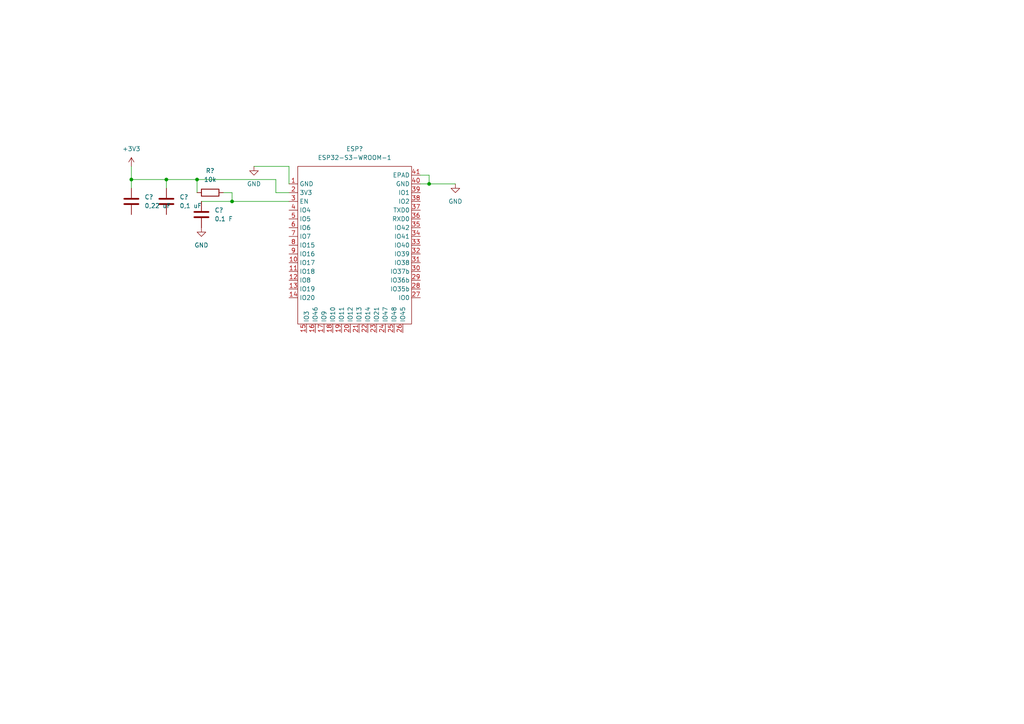
<source format=kicad_sch>
(kicad_sch (version 20211123) (generator eeschema)
  (paper "A4")
  (lib_symbols
    (symbol "Device:C" (pin_numbers hide) (pin_names (offset 0.254))
      (property "Reference" "C" (at 0.635 2.54 0))
      (property "Value" "C" (at 0.635 -2.54 0))
      (symbol "C_0_1"
        (polyline (pts (xy -2.032 -0.762) (xy 2.032 -0.762)) (stroke (width 0.508)))
        (polyline (pts (xy -2.032 0.762) (xy 2.032 0.762)) (stroke (width 0.508)))
      )
      (symbol "C_1_1"
        (pin passive line (at 0 3.81 270) (length 2.794) (name "~") (number "1"))
        (pin passive line (at 0 -3.81 90) (length 2.794) (name "~") (number "2"))
      )
    )
    (symbol "Device:R" (pin_numbers hide) (pin_names (offset 0))
      (property "Reference" "R" (at 2.032 0 90))
      (property "Value" "R" (at 0 0 90))
      (symbol "R_0_1"
        (rectangle (start -1.016 -2.54) (end 1.016 2.54) (stroke (width 0.254)))
      )
      (symbol "R_1_1"
        (pin passive line (at 0 3.81 270) (length 1.27) (name "~") (number "1"))
        (pin passive line (at 0 -3.81 90) (length 1.27) (name "~") (number "2"))
      )
    )
    (symbol "esp32:ESP32-S3-WROOM-1"
      (property "Reference" "ESP32" (at -0.762 6.35 0))
      (property "Value" "ESP32-S3-WROOM-1" (at 1.016 -4.826 0))
      (symbol "ESP32-S3-WROOM-1_0_1"
        (rectangle (start -15.24 20.32) (end 17.78 -25.4))
      )
      (symbol "ESP32-S3-WROOM-1_1_1"
        (pin power_in line (at -17.78 15.24 0) (length 2.54) (name "GND") (number "1"))
        (pin tri_state line (at -17.78 -7.62 0) (length 2.54) (name "IO17") (number "10"))
        (pin tri_state line (at -17.78 -10.16 0) (length 2.54) (name "IO18") (number "11"))
        (pin tri_state line (at -17.78 -12.7 0) (length 2.54) (name "IO8") (number "12"))
        (pin tri_state line (at -17.78 -15.24 0) (length 2.54) (name "IO19") (number "13"))
        (pin tri_state line (at -17.78 -17.78 0) (length 2.54) (name "IO20") (number "14"))
        (pin tri_state line (at -12.7 -27.94 90) (length 2.54) (name "IO3") (number "15"))
        (pin tri_state line (at -10.16 -27.94 90) (length 2.54) (name "IO46") (number "16"))
        (pin tri_state line (at -7.62 -27.94 90) (length 2.54) (name "IO9") (number "17"))
        (pin tri_state line (at -5.08 -27.94 90) (length 2.54) (name "IO10") (number "18"))
        (pin tri_state line (at -2.54 -27.94 90) (length 2.54) (name "IO11") (number "19"))
        (pin power_in line (at -17.78 12.7 0) (length 2.54) (name "3V3") (number "2"))
        (pin tri_state line (at 0 -27.94 90) (length 2.54) (name "IO12") (number "20"))
        (pin tri_state line (at 2.54 -27.94 90) (length 2.54) (name "IO13") (number "21"))
        (pin tri_state line (at 5.08 -27.94 90) (length 2.54) (name "IO14") (number "22"))
        (pin tri_state line (at 7.62 -27.94 90) (length 2.54) (name "IO21") (number "23"))
        (pin tri_state line (at 10.16 -27.94 90) (length 2.54) (name "IO47") (number "24"))
        (pin tri_state line (at 12.7 -27.94 90) (length 2.54) (name "IO48") (number "25"))
        (pin tri_state line (at 15.24 -27.94 90) (length 2.54) (name "IO45") (number "26"))
        (pin tri_state line (at 20.32 -17.78 180) (length 2.54) (name "IO0") (number "27"))
        (pin tri_state line (at 20.32 -15.24 180) (length 2.54) (name "IO35b") (number "28"))
        (pin tri_state line (at 20.32 -12.7 180) (length 2.54) (name "IO36b") (number "29"))
        (pin input line (at -17.78 10.16 0) (length 2.54) (name "EN") (number "3"))
        (pin tri_state line (at 20.32 -10.16 180) (length 2.54) (name "IO37b") (number "30"))
        (pin tri_state line (at 20.32 -7.62 180) (length 2.54) (name "IO38") (number "31"))
        (pin tri_state line (at 20.32 -5.08 180) (length 2.54) (name "IO39") (number "32"))
        (pin tri_state line (at 20.32 -2.54 180) (length 2.54) (name "IO40") (number "33"))
        (pin tri_state line (at 20.32 0 180) (length 2.54) (name "IO41") (number "34"))
        (pin tri_state line (at 20.32 2.54 180) (length 2.54) (name "IO42") (number "35"))
        (pin tri_state line (at 20.32 5.08 180) (length 2.54) (name "RXD0") (number "36"))
        (pin tri_state line (at 20.32 7.62 180) (length 2.54) (name "TXD0") (number "37"))
        (pin tri_state line (at 20.32 10.16 180) (length 2.54) (name "IO2") (number "38"))
        (pin tri_state line (at 20.32 12.7 180) (length 2.54) (name "IO1") (number "39"))
        (pin tri_state line (at -17.78 7.62 0) (length 2.54) (name "IO4") (number "4"))
        (pin power_in line (at 20.32 15.24 180) (length 2.54) (name "GND") (number "40"))
        (pin power_in line (at 20.32 17.78 180) (length 2.54) (name "EPAD") (number "41"))
        (pin tri_state line (at -17.78 5.08 0) (length 2.54) (name "IO5") (number "5"))
        (pin tri_state line (at -17.78 2.54 0) (length 2.54) (name "IO6") (number "6"))
        (pin tri_state line (at -17.78 0 0) (length 2.54) (name "IO7") (number "7"))
        (pin tri_state line (at -17.78 -2.54 0) (length 2.54) (name "IO15") (number "8"))
        (pin tri_state line (at -17.78 -5.08 0) (length 2.54) (name "IO16") (number "9"))
      )
    )
    (symbol "power:+3.3V" (power) (pin_names (offset 0))
      (property "Value" "+3.3V" (at 0 3.556 0))
      (symbol "+3.3V_0_1"
        (polyline (pts (xy -0.762 1.27) (xy 0 2.54)))
        (polyline (pts (xy 0 0) (xy 0 2.54)))
        (polyline (pts (xy 0 2.54) (xy 0.762 1.27)))
      )
      (symbol "+3.3V_1_1"
        (pin power_in line (at 0 0 90) (length 0) hide (name "+3V3") (number "1"))
      )
    )
    (symbol "power:GND" (power) (pin_names (offset 0))
      (property "Value" "GND" (at 0 -3.81 0))
      (symbol "GND_0_1"
        (polyline (pts (xy 0 0) (xy 0 -1.27) (xy 1.27 -1.27) (xy 0 -2.54) (xy -1.27 -1.27) (xy 0 -1.27)))
      )
      (symbol "GND_1_1"
        (pin power_in line (at 0 0 270) (length 0) hide (name "GND") (number "1"))
      )
    )
  )
  (junction (at 38.1 52.07))
  (junction (at 67.31 58.42))
  (junction (at 48.26 52.07))
  (junction (at 57.15 52.07))
  (junction (at 124.46 53.34))
  (wire (pts (xy 80.01 52.07) (xy 80.01 55.88)))
  (wire (pts (xy 83.82 53.34) (xy 83.82 48.26)))
  (wire (pts (xy 57.15 52.07) (xy 80.01 52.07)))
  (wire (pts (xy 58.42 58.42) (xy 67.31 58.42)))
  (wire (pts (xy 48.26 52.07) (xy 48.26 54.61)))
  (wire (pts (xy 38.1 48.26) (xy 38.1 52.07)))
  (wire (pts (xy 73.66 48.26) (xy 83.82 48.26)))
  (wire (pts (xy 80.01 55.88) (xy 83.82 55.88)))
  (wire (pts (xy 67.31 58.42) (xy 83.82 58.42)))
  (wire (pts (xy 124.46 53.34) (xy 132.08 53.34)))
  (wire (pts (xy 121.92 50.8) (xy 124.46 50.8)))
  (wire (pts (xy 38.1 52.07) (xy 38.1 54.61)))
  (wire (pts (xy 67.31 55.88) (xy 67.31 58.42)))
  (wire (pts (xy 121.92 53.34) (xy 124.46 53.34)))
  (wire (pts (xy 124.46 50.8) (xy 124.46 53.34)))
  (wire (pts (xy 48.26 52.07) (xy 57.15 52.07)))
  (wire (pts (xy 64.77 55.88) (xy 67.31 55.88)))
  (wire (pts (xy 57.15 52.07) (xy 57.15 55.88)))
  (wire (pts (xy 48.26 52.07) (xy 38.1 52.07)))
  (symbol (lib_id "power:GND") (at 58.42 66.04 0) (unit 1)
    (property "Reference" "#PWR?" (effects hide))
    (property "Value" "GND" (at 58.42 71.12 0))
  )
  (symbol (lib_id "Device:R") (at 60.96 55.88 90) (unit 1)
    (property "Reference" "R?" (at 60.96 49.53 90))
    (property "Value" "10k" (at 60.96 52.07 90))
  )
  (symbol (lib_id "esp32:ESP32-S3-WROOM-1") (at 101.6 68.58 0) (unit 1)
    (property "Reference" "ESP?" (at 102.87 43.18 0))
    (property "Value" "ESP32-S3-WROOM-1" (at 102.87 45.72 0))
    (property "Footprint" "esp32-library:ESP32-S3-WROOM-1" (effects hide))
  )
  (symbol (lib_id "Device:C") (at 58.42 62.23 0) (unit 1)
    (property "Reference" "C?" (at 62.23 60.9599 0) (effects (justify left)))
    (property "Value" "0.1 F" (at 62.23 63.4999 0) (effects (justify left)))
  )
  (symbol (lib_id "Device:C") (at 38.1 58.42 0) (unit 1)
    (property "Reference" "C?" (at 41.91 57.1499 0) (effects (justify left)))
    (property "Value" "0,22 uF" (at 41.91 59.6899 0) (effects (justify left)))
  )
  (symbol (lib_id "power:GND") (at 73.66 48.26 0) (unit 1)
    (property "Reference" "#PWR?" (effects hide))
    (property "Value" "GND" (at 73.66 53.34 0))
  )
  (symbol (lib_id "power:GND") (at 132.08 53.34 0) (unit 1)
    (property "Reference" "#PWR?" (effects hide))
    (property "Value" "GND" (at 132.08 58.42 0))
  )
  (symbol (lib_id "Device:C") (at 48.26 58.42 0) (unit 1)
    (property "Reference" "C?" (at 52.07 57.1499 0) (effects (justify left)))
    (property "Value" "0,1 uF" (at 52.07 59.6899 0) (effects (justify left)))
  )
  (symbol (lib_id "power:+3.3V") (at 38.1 48.26 0) (unit 1)
    (property "Reference" "#PWR?" (effects hide))
    (property "Value" "+3.3V" (at 38.1 43.18 0))
  )
)
</source>
